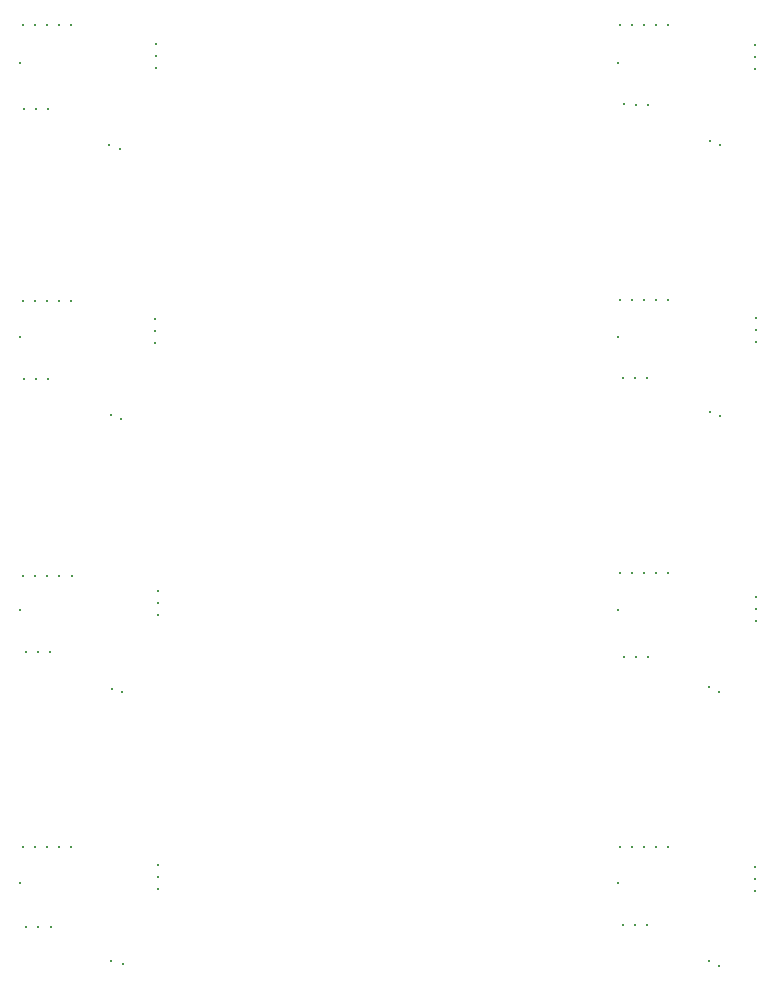
<source format=gbs>
G04*
G04 #@! TF.GenerationSoftware,Altium Limited,Altium Designer,22.6.1 (34)*
G04*
G04 Layer_Color=16711935*
%FSLAX44Y44*%
%MOMM*%
G71*
G04*
G04 #@! TF.SameCoordinates,710D9251-245E-4E71-9F22-FE530993EF8F*
G04*
G04*
G04 #@! TF.FilePolarity,Negative*
G04*
G01*
G75*
%ADD29C,0.3032*%
%ADD30C,0.2032*%
D29*
X203099Y-325380D02*
D03*
X203100Y-315220D02*
D03*
X203100Y-305060D02*
D03*
X204099Y139620D02*
D03*
X204100Y149780D02*
D03*
X204100Y159940D02*
D03*
X203099Y370620D02*
D03*
X203100Y380780D02*
D03*
X203100Y390940D02*
D03*
X-301901Y-323380D02*
D03*
X-301900Y-313220D02*
D03*
X-301900Y-303060D02*
D03*
X-301901Y-91880D02*
D03*
X-301900Y-81720D02*
D03*
X-301900Y-71560D02*
D03*
X-304500Y138840D02*
D03*
X-304500Y149000D02*
D03*
X-304500Y159160D02*
D03*
X-303500Y371340D02*
D03*
X-303500Y381500D02*
D03*
X-303500Y391660D02*
D03*
X-376000Y407500D02*
D03*
Y-288500D02*
D03*
X-375000Y-58500D02*
D03*
X-375920Y173991D02*
D03*
X204469Y-96520D02*
D03*
X204470Y-86360D02*
D03*
X204470Y-76200D02*
D03*
X129541Y407670D02*
D03*
X109220Y407670D02*
D03*
X119380Y407670D02*
D03*
X99060Y407670D02*
D03*
X88900Y407671D02*
D03*
X112491Y340354D02*
D03*
X102333Y340531D02*
D03*
X92175Y340709D02*
D03*
X173500Y306500D02*
D03*
X165000Y310000D02*
D03*
X173500Y76500D02*
D03*
X165500Y80000D02*
D03*
X111760Y109220D02*
D03*
X101600Y109220D02*
D03*
X91440Y109221D02*
D03*
X129541Y175260D02*
D03*
X109220Y175260D02*
D03*
X119380Y175260D02*
D03*
X99060Y175260D02*
D03*
X88900Y175261D02*
D03*
X173000Y-157000D02*
D03*
X164500Y-153000D02*
D03*
X173000Y-388500D02*
D03*
X164500Y-385000D02*
D03*
X129541Y-55880D02*
D03*
X109220Y-55880D02*
D03*
X119380Y-55880D02*
D03*
X99060Y-55880D02*
D03*
X88900Y-55879D02*
D03*
X129541Y-288290D02*
D03*
X109220Y-288290D02*
D03*
X119380Y-288290D02*
D03*
X99060Y-288290D02*
D03*
X88900Y-288289D02*
D03*
X-396240Y407670D02*
D03*
X-386080Y407670D02*
D03*
X-406400Y407670D02*
D03*
X-416560Y407671D02*
D03*
X-394970Y336550D02*
D03*
X-405130Y336550D02*
D03*
X-415290Y336551D02*
D03*
X-334303Y303208D02*
D03*
X-343850Y306683D02*
D03*
X-332500Y-156500D02*
D03*
X-341000Y-154000D02*
D03*
X-333556Y74517D02*
D03*
X-342000Y77500D02*
D03*
X-394970Y107950D02*
D03*
X-405130Y107950D02*
D03*
X-415290Y107951D02*
D03*
X-396240Y173990D02*
D03*
X-386080Y173990D02*
D03*
X-406400Y173990D02*
D03*
X-416560Y173991D02*
D03*
X-396000Y-58500D02*
D03*
X-385500D02*
D03*
X-406500D02*
D03*
X-416500D02*
D03*
X-332000Y-387500D02*
D03*
X-341500Y-384500D02*
D03*
X-396240Y-288290D02*
D03*
X-386080Y-288290D02*
D03*
X-406400Y-288290D02*
D03*
X-416560Y-288289D02*
D03*
X102870Y-127000D02*
D03*
X113030Y-127000D02*
D03*
X92710Y-127000D02*
D03*
X-403860Y-123190D02*
D03*
X-393700Y-123190D02*
D03*
X-414020Y-123190D02*
D03*
X101600Y-354330D02*
D03*
X111760Y-354330D02*
D03*
X91440Y-354330D02*
D03*
X-403500Y-356000D02*
D03*
X-392500D02*
D03*
X-414000D02*
D03*
D30*
X-419189Y-318941D02*
D03*
X87061D02*
D03*
X-419189Y-87441D02*
D03*
X87061D02*
D03*
X-419189Y144059D02*
D03*
X87061D02*
D03*
X-419189Y375559D02*
D03*
X87061D02*
D03*
M02*

</source>
